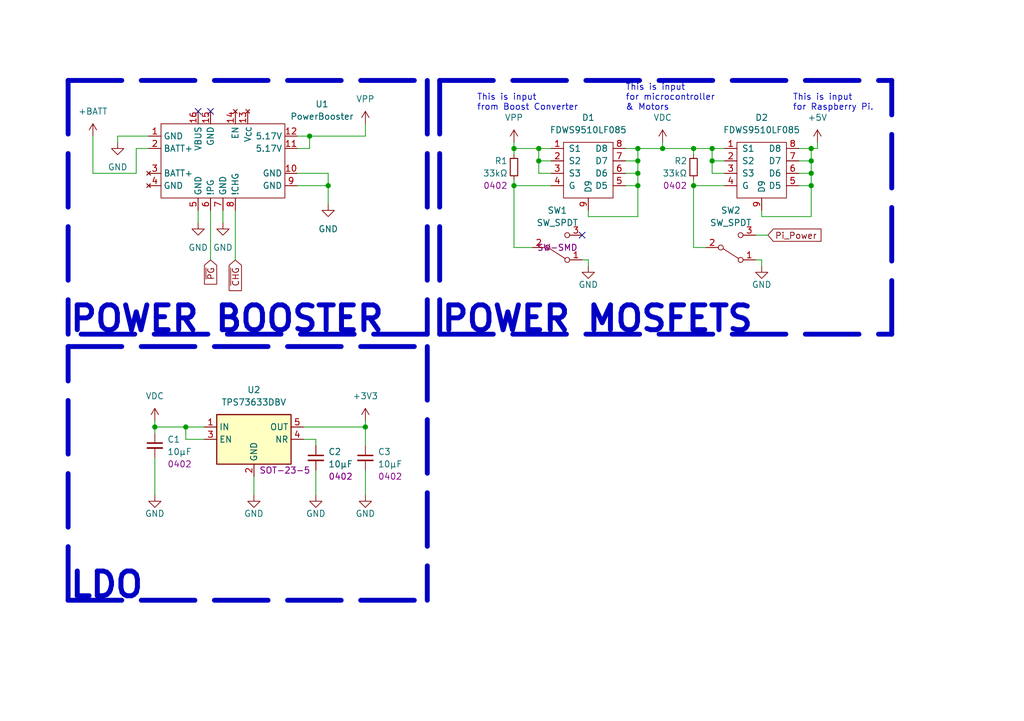
<source format=kicad_sch>
(kicad_sch (version 20211123) (generator eeschema)
  (paper "A5")
  (lib_symbols
    (symbol "Device:C_Small" (pin_numbers hide) (pin_names (offset 0.254) hide)
      (property "Reference" "C" (at 0.254 1.778 0))
      (property "Value" "C_Small" (at 0.254 -2.032 0))
      (symbol "C_Small_0_1"
        (polyline (pts (xy -1.524 -0.508) (xy 1.524 -0.508)) (stroke (width 0.3302)))
        (polyline (pts (xy -1.524 0.508) (xy 1.524 0.508)) (stroke (width 0.3048)))
      )
      (symbol "C_Small_1_1"
        (pin passive line (at 0 2.54 270) (length 2.032) (name "~") (number "1"))
        (pin passive line (at 0 -2.54 90) (length 2.032) (name "~") (number "2"))
      )
    )
    (symbol "Device:R_Small" (pin_numbers hide) (pin_names (offset 0.254) hide)
      (property "Reference" "R" (at 0.762 0.508 0))
      (property "Value" "R_Small" (at 0.762 -1.016 0))
      (symbol "R_Small_0_1"
        (rectangle (start -0.762 1.778) (end 0.762 -1.778) (stroke (width 0.2032)))
      )
      (symbol "R_Small_1_1"
        (pin passive line (at 0 2.54 270) (length 0.762) (name "~") (number "1"))
        (pin passive line (at 0 -2.54 90) (length 0.762) (name "~") (number "2"))
      )
    )
    (symbol "FDWS9510L-F085:FDWS9510LF085" (pin_names (offset 1.016))
      (property "Reference" "D" (at 3.81 7.62 0))
      (property "Value" "FDWS9510LF085" (at 8.89 -5.08 0))
      (symbol "FDWS9510LF085_0_1"
        (rectangle (start -5.08 6.35) (end 5.08 -5.08))
      )
      (symbol "FDWS9510LF085_1_1"
        (pin input line (at -7.62 5.08 0) (length 2.54) (name "S1") (number "1"))
        (pin input line (at -7.62 2.54 0) (length 2.54) (name "S2") (number "2"))
        (pin input line (at -7.62 0 0) (length 2.54) (name "S3") (number "3"))
        (pin input line (at -7.62 -2.54 0) (length 2.54) (name "G") (number "4"))
        (pin input line (at 7.62 -2.54 180) (length 2.54) (name "D5") (number "5"))
        (pin input line (at 7.62 0 180) (length 2.54) (name "D6") (number "6"))
        (pin input line (at 7.62 2.54 180) (length 2.54) (name "D7") (number "7"))
        (pin input line (at 7.62 5.08 180) (length 2.54) (name "D8") (number "8"))
        (pin input line (at 0 -7.62 90) (length 2.54) (name "D9") (number "9"))
      )
    )
    (symbol "PowerBooster:PowerBooster"
      (property "Reference" "U" (at 0 1.27 0))
      (property "Value" "PowerBooster" (at 0 -1.27 0))
      (symbol "PowerBooster_0_1"
        (rectangle (start -12.7 7.62) (end 12.7 -7.62))
      )
      (symbol "PowerBooster_1_1"
        (pin power_in line (at -15.24 5.08 0) (length 2.54) (name "GND") (number "1"))
        (pin power_in line (at 15.24 -2.54 180) (length 2.54) (name "GND") (number "10"))
        (pin power_in line (at 15.24 2.54 180) (length 2.54) (name "5.17V") (number "11"))
        (pin power_in line (at 15.24 5.08 180) (length 2.54) (name "5.17V") (number "12"))
        (pin no_connect line (at 5.08 10.16 270) (length 2.54) (name "V_{CC}") (number "13"))
        (pin no_connect line (at 2.54 10.16 270) (length 2.54) (name "EN") (number "14"))
        (pin power_in line (at -2.54 10.16 270) (length 2.54) (name "GND") (number "15"))
        (pin power_in line (at -5.08 10.16 270) (length 2.54) (name "VBUS") (number "16"))
        (pin power_in line (at -15.24 2.54 0) (length 2.54) (name "BATT+") (number "2"))
        (pin no_connect line (at -15.24 -2.54 0) (length 2.54) (name "BATT+") (number "3"))
        (pin no_connect line (at -15.24 -5.08 0) (length 2.54) (name "GND") (number "4"))
        (pin power_in line (at -5.08 -10.16 90) (length 2.54) (name "GND") (number "5"))
        (pin input line (at -2.54 -10.16 90) (length 2.54) (name "!PG") (number "6"))
        (pin power_in line (at 0 -10.16 90) (length 2.54) (name "GND") (number "7"))
        (pin input line (at 2.54 -10.16 90) (length 2.54) (name "!CHG") (number "8"))
        (pin power_in line (at 15.24 -5.08 180) (length 2.54) (name "GND") (number "9"))
      )
    )
    (symbol "Regulator_Linear:TPS73633DBV"
      (property "Reference" "U" (at -6.35 6.35 0))
      (property "Value" "TPS73633DBV" (at 1.27 6.35 0))
      (symbol "TPS73633DBV_0_1"
        (rectangle (start -7.62 -5.08) (end 7.62 5.08) (stroke (width 0.254)) (fill (type background)))
      )
      (symbol "TPS73633DBV_1_1"
        (pin power_in line (at -10.16 2.54 0) (length 2.54) (name "IN") (number "1"))
        (pin power_in line (at 0 -7.62 90) (length 2.54) (name "GND") (number "2"))
        (pin input line (at -10.16 0 0) (length 2.54) (name "EN") (number "3"))
        (pin passive line (at 10.16 0 180) (length 2.54) (name "NR") (number "4"))
        (pin power_out line (at 10.16 2.54 180) (length 2.54) (name "OUT") (number "5"))
      )
    )
    (symbol "Switch:SW_SPDT" (pin_names (offset 0) hide)
      (property "Reference" "SW" (at 0 4.318 0))
      (property "Value" "SW_SPDT" (at 0 -5.08 0))
      (symbol "SW_SPDT_0_0"
        (circle (center -2.032 0) (radius 0.508))
        (circle (center 2.032 -2.54) (radius 0.508))
      )
      (symbol "SW_SPDT_0_1"
        (polyline (pts (xy -1.524 0.254) (xy 1.651 2.286)))
        (circle (center 2.032 2.54) (radius 0.508))
      )
      (symbol "SW_SPDT_1_1"
        (pin passive line (at 5.08 2.54 180) (length 2.54) (name "A") (number "1"))
        (pin passive line (at -5.08 0 0) (length 2.54) (name "B") (number "2"))
        (pin passive line (at 5.08 -2.54 180) (length 2.54) (name "C") (number "3"))
      )
    )
    (symbol "power:+3.3V" (power) (pin_names (offset 0))
      (property "Value" "+3.3V" (at 0 3.556 0))
      (symbol "+3.3V_0_1"
        (polyline (pts (xy -0.762 1.27) (xy 0 2.54)))
        (polyline (pts (xy 0 0) (xy 0 2.54)))
        (polyline (pts (xy 0 2.54) (xy 0.762 1.27)))
      )
      (symbol "+3.3V_1_1"
        (pin power_in line (at 0 0 90) (length 0) hide (name "+3V3") (number "1"))
      )
    )
    (symbol "power:+5V" (power) (pin_names (offset 0))
      (property "Value" "+5V" (at 0 3.556 0))
      (symbol "+5V_0_1"
        (polyline (pts (xy -0.762 1.27) (xy 0 2.54)))
        (polyline (pts (xy 0 0) (xy 0 2.54)))
        (polyline (pts (xy 0 2.54) (xy 0.762 1.27)))
      )
      (symbol "+5V_1_1"
        (pin power_in line (at 0 0 90) (length 0) hide (name "+5V") (number "1"))
      )
    )
    (symbol "power:+BATT" (power) (pin_names (offset 0))
      (property "Value" "+BATT" (at 0 3.556 0))
      (symbol "+BATT_0_1"
        (polyline (pts (xy -0.762 1.27) (xy 0 2.54)))
        (polyline (pts (xy 0 0) (xy 0 2.54)))
        (polyline (pts (xy 0 2.54) (xy 0.762 1.27)))
      )
      (symbol "+BATT_1_1"
        (pin power_in line (at 0 0 90) (length 0) hide (name "+BATT") (number "1"))
      )
    )
    (symbol "power:GND" (power) (pin_names (offset 0))
      (property "Value" "GND" (at 0 -3.81 0))
      (symbol "GND_0_1"
        (polyline (pts (xy 0 0) (xy 0 -1.27) (xy 1.27 -1.27) (xy 0 -2.54) (xy -1.27 -1.27) (xy 0 -1.27)))
      )
      (symbol "GND_1_1"
        (pin power_in line (at 0 0 270) (length 0) hide (name "GND") (number "1"))
      )
    )
    (symbol "power:VDC" (power) (pin_names (offset 0))
      (property "Value" "VDC" (at 0 6.35 0))
      (symbol "VDC_0_1"
        (polyline (pts (xy -0.762 1.27) (xy 0 2.54)))
        (polyline (pts (xy 0 0) (xy 0 2.54)))
        (polyline (pts (xy 0 2.54) (xy 0.762 1.27)))
      )
      (symbol "VDC_1_1"
        (pin power_in line (at 0 0 90) (length 0) hide (name "VDC") (number "1"))
      )
    )
    (symbol "power:VPP" (power) (pin_names (offset 0))
      (property "Value" "VPP" (at 0 3.81 0))
      (symbol "VPP_0_1"
        (polyline (pts (xy -0.762 1.27) (xy 0 2.54)))
        (polyline (pts (xy 0 0) (xy 0 2.54)))
        (polyline (pts (xy 0 2.54) (xy 0.762 1.27)))
      )
      (symbol "VPP_1_1"
        (pin power_in line (at 0 0 90) (length 0) hide (name "VPP") (number "1"))
      )
    )
  )
  (junction (at 105.41 30.48))
  (junction (at 110.49 33.02))
  (junction (at 146.05 30.48))
  (junction (at 135.89 30.48))
  (junction (at 110.49 30.48))
  (junction (at 166.37 30.48))
  (junction (at 130.81 38.1))
  (junction (at 74.93 87.63))
  (junction (at 130.81 33.02))
  (junction (at 130.81 30.48))
  (junction (at 31.75 87.63))
  (junction (at 63.5 27.94))
  (junction (at 166.37 35.56))
  (junction (at 146.05 33.02))
  (junction (at 38.1 87.63))
  (junction (at 142.24 38.1))
  (junction (at 130.81 35.56))
  (junction (at 105.41 38.1))
  (junction (at 142.24 30.48))
  (junction (at 67.31 38.1))
  (junction (at 166.37 38.1))
  (junction (at 166.37 33.02))
  (no_connect (at 43.18 22.86))
  (no_connect (at 40.64 22.86))
  (no_connect (at 119.38 48.26))
  (wire (pts (xy 113.03 35.56) (xy 110.49 35.56)))
  (wire (pts (xy 120.65 53.34) (xy 119.38 53.34)))
  (wire (pts (xy 130.81 38.1) (xy 130.81 35.56)))
  (wire (pts (xy 74.93 96.52) (xy 74.93 101.6)))
  (wire (pts (xy 110.49 30.48) (xy 105.41 30.48)))
  (wire (pts (xy 130.81 35.56) (xy 130.81 33.02)))
  (wire (pts (xy 110.49 33.02) (xy 110.49 30.48)))
  (wire (pts (xy 120.65 44.45) (xy 120.65 43.18)))
  (wire (pts (xy 31.75 86.36) (xy 31.75 87.63)))
  (wire (pts (xy 41.91 87.63) (xy 38.1 87.63)))
  (wire (pts (xy 19.05 27.94) (xy 19.05 35.56)))
  (wire (pts (xy 52.07 97.79) (xy 52.07 101.6)))
  (wire (pts (xy 38.1 87.63) (xy 31.75 87.63)))
  (wire (pts (xy 27.94 35.56) (xy 19.05 35.56)))
  (wire (pts (xy 120.65 54.61) (xy 120.65 53.34)))
  (wire (pts (xy 135.89 29.21) (xy 135.89 30.48)))
  (wire (pts (xy 110.49 30.48) (xy 113.03 30.48)))
  (wire (pts (xy 24.13 27.94) (xy 30.48 27.94)))
  (wire (pts (xy 142.24 38.1) (xy 148.59 38.1)))
  (wire (pts (xy 63.5 27.94) (xy 60.96 27.94)))
  (wire (pts (xy 142.24 30.48) (xy 146.05 30.48)))
  (wire (pts (xy 156.21 54.61) (xy 156.21 53.34)))
  (wire (pts (xy 166.37 30.48) (xy 166.37 33.02)))
  (wire (pts (xy 146.05 30.48) (xy 146.05 33.02)))
  (wire (pts (xy 166.37 38.1) (xy 166.37 35.56)))
  (polyline (pts (xy 13.97 123.19) (xy 87.63 123.19)) (stroke (width 1)))
  (wire (pts (xy 167.64 30.48) (xy 166.37 30.48)))
  (wire (pts (xy 142.24 50.8) (xy 142.24 38.1)))
  (wire (pts (xy 166.37 44.45) (xy 166.37 38.1)))
  (wire (pts (xy 146.05 30.48) (xy 148.59 30.48)))
  (wire (pts (xy 38.1 90.17) (xy 38.1 87.63)))
  (polyline (pts (xy 13.97 71.12) (xy 87.63 71.12)) (stroke (width 1)))
  (polyline (pts (xy 90.17 16.51) (xy 90.17 68.58)) (stroke (width 1)))
  (wire (pts (xy 130.81 33.02) (xy 130.81 30.48)))
  (wire (pts (xy 110.49 35.56) (xy 110.49 33.02)))
  (wire (pts (xy 45.72 43.18) (xy 45.72 45.72)))
  (wire (pts (xy 43.18 53.34) (xy 43.18 43.18)))
  (wire (pts (xy 130.81 44.45) (xy 130.81 38.1)))
  (wire (pts (xy 167.64 29.21) (xy 167.64 30.48)))
  (wire (pts (xy 166.37 35.56) (xy 166.37 33.02)))
  (wire (pts (xy 154.94 48.26) (xy 157.48 48.26)))
  (wire (pts (xy 156.21 53.34) (xy 154.94 53.34)))
  (wire (pts (xy 60.96 30.48) (xy 63.5 30.48)))
  (wire (pts (xy 130.81 30.48) (xy 135.89 30.48)))
  (wire (pts (xy 146.05 33.02) (xy 146.05 35.56)))
  (wire (pts (xy 130.81 30.48) (xy 128.27 30.48)))
  (wire (pts (xy 67.31 38.1) (xy 60.96 38.1)))
  (wire (pts (xy 142.24 30.48) (xy 142.24 31.75)))
  (wire (pts (xy 130.81 33.02) (xy 128.27 33.02)))
  (polyline (pts (xy 90.17 16.51) (xy 182.88 16.51)) (stroke (width 1)))
  (wire (pts (xy 74.93 25.4) (xy 74.93 27.94)))
  (wire (pts (xy 109.22 50.8) (xy 105.41 50.8)))
  (wire (pts (xy 146.05 35.56) (xy 148.59 35.56)))
  (wire (pts (xy 27.94 30.48) (xy 27.94 35.56)))
  (wire (pts (xy 156.21 43.18) (xy 156.21 44.45)))
  (wire (pts (xy 63.5 30.48) (xy 63.5 27.94)))
  (wire (pts (xy 105.41 38.1) (xy 113.03 38.1)))
  (wire (pts (xy 166.37 30.48) (xy 163.83 30.48)))
  (wire (pts (xy 30.48 30.48) (xy 27.94 30.48)))
  (wire (pts (xy 110.49 33.02) (xy 113.03 33.02)))
  (polyline (pts (xy 87.63 16.51) (xy 87.63 68.58)) (stroke (width 1)))
  (wire (pts (xy 105.41 36.83) (xy 105.41 38.1)))
  (wire (pts (xy 67.31 38.1) (xy 67.31 41.91)))
  (wire (pts (xy 166.37 35.56) (xy 163.83 35.56)))
  (wire (pts (xy 40.64 43.18) (xy 40.64 45.72)))
  (wire (pts (xy 62.23 87.63) (xy 74.93 87.63)))
  (polyline (pts (xy 13.97 16.51) (xy 87.63 16.51)) (stroke (width 1)))
  (wire (pts (xy 64.77 96.52) (xy 64.77 101.6)))
  (wire (pts (xy 24.13 27.94) (xy 24.13 29.21)))
  (wire (pts (xy 60.96 35.56) (xy 67.31 35.56)))
  (wire (pts (xy 166.37 38.1) (xy 163.83 38.1)))
  (wire (pts (xy 62.23 90.17) (xy 64.77 90.17)))
  (wire (pts (xy 166.37 33.02) (xy 163.83 33.02)))
  (wire (pts (xy 63.5 27.94) (xy 74.93 27.94)))
  (wire (pts (xy 142.24 36.83) (xy 142.24 38.1)))
  (polyline (pts (xy 13.97 123.19) (xy 13.97 71.12)) (stroke (width 1)))
  (wire (pts (xy 105.41 30.48) (xy 105.41 31.75)))
  (polyline (pts (xy 13.97 16.51) (xy 13.97 68.58)) (stroke (width 1)))
  (wire (pts (xy 41.91 90.17) (xy 38.1 90.17)))
  (wire (pts (xy 105.41 50.8) (xy 105.41 38.1)))
  (wire (pts (xy 74.93 86.36) (xy 74.93 87.63)))
  (polyline (pts (xy 87.63 71.12) (xy 87.63 123.19)) (stroke (width 1)))
  (wire (pts (xy 48.26 53.34) (xy 48.26 43.18)))
  (wire (pts (xy 67.31 35.56) (xy 67.31 38.1)))
  (wire (pts (xy 120.65 44.45) (xy 130.81 44.45)))
  (wire (pts (xy 144.78 50.8) (xy 142.24 50.8)))
  (wire (pts (xy 130.81 35.56) (xy 128.27 35.56)))
  (wire (pts (xy 105.41 29.21) (xy 105.41 30.48)))
  (wire (pts (xy 74.93 91.44) (xy 74.93 87.63)))
  (polyline (pts (xy 90.17 68.58) (xy 182.88 68.58)) (stroke (width 1)))
  (wire (pts (xy 130.81 38.1) (xy 128.27 38.1)))
  (wire (pts (xy 31.75 87.63) (xy 31.75 88.9)))
  (wire (pts (xy 64.77 90.17) (xy 64.77 91.44)))
  (polyline (pts (xy 182.88 68.58) (xy 182.88 16.51)) (stroke (width 1)))
  (wire (pts (xy 31.75 93.98) (xy 31.75 101.6)))
  (wire (pts (xy 146.05 33.02) (xy 148.59 33.02)))
  (wire (pts (xy 156.21 44.45) (xy 166.37 44.45)))
  (polyline (pts (xy 87.63 68.58) (xy 13.97 68.58)) (stroke (width 1)))
  (wire (pts (xy 135.89 30.48) (xy 142.24 30.48)))
  (text "This is input \nfrom Boost Converter\n" (at 97.79 22.86 0) (effects (font (size 1.27 1.27)) (justify left bottom)))
  (text "This is input \nfor microcontroller \n& Motors\n" (at 128.27 22.86 0) (effects (font (size 1.27 1.27)) (justify left bottom)))
  (text "POWER MOSFETS" (at 90.17 68.58 0) (effects (font (size 5.08 5.08) (thickness 1.016) bold) (justify left bottom)))
  (text "LDO" (at 13.97 123.19 0) (effects (font (size 5.08 5.08) (thickness 1.016) bold) (justify left bottom)))
  (text "This is input \nfor Raspberry Pi.\n" (at 162.56 22.86 0) (effects (font (size 1.27 1.27)) (justify left bottom)))
  (text "POWER BOOSTER" (at 13.97 68.58 0) (effects (font (size 5.08 5.08) (thickness 1.016) bold) (justify left bottom)))
  (global_label "~{CHG}" (shape input) (at 48.26 53.34 270) (property "Intersheet References" "${INTERSHEET_REFS}" (effects hide)))
  (global_label "~{PG}" (shape input) (at 43.18 53.34 270) (property "Intersheet References" "${INTERSHEET_REFS}" (effects hide)))
  (global_label "Pi_Power" (shape input) (at 157.48 48.26 0) (property "Intersheet References" "${INTERSHEET_REFS}" (effects hide)))
  (symbol (lib_id "power:+5V") (at 167.64 29.21 0) (unit 1)
    (property "Reference" "#PWR017" (effects hide))
    (property "Value" "+5V" (at 167.64 24.13 0))
  )
  (symbol (lib_id "Device:R_Small") (at 142.24 34.29 0) (mirror y) (unit 1)
    (property "Reference" "R2" (at 140.97 33.02 0) (effects (justify left)))
    (property "Value" "33kΩ" (at 140.97 35.56 0) (effects (justify left)))
    (property "Footprint" "Resistor_SMD:R_0402_1005Metric" (effects hide))
    (property "JLC" "0402" (at 138.43 38.1 0))
    (property "LCSC" "C25779" (effects hide))
    (property "Type" "Basic" (effects hide))
  )
  (symbol (lib_id "Regulator_Linear:TPS73633DBV") (at 52.07 90.17 0) (unit 1)
    (property "Reference" "U2" (at 52.07 80.01 0))
    (property "Value" "TPS73633DBV" (at 52.07 82.55 0))
    (property "Footprint" "Package_TO_SOT_SMD:SOT-23-5" (effects hide))
    (property "Datasheet" "http://www.ti.com/lit/ds/symlink/tps736.pdf" (effects hide))
    (property "JLC" "SOT-23-5" (at 58.42 96.52 0))
    (property "LCSC" "C28038" (effects hide))
  )
  (symbol (lib_id "power:GND") (at 120.65 54.61 0) (unit 1)
    (property "Reference" "#PWR014" (effects hide))
    (property "Value" "GND" (at 120.65 58.42 0))
  )
  (symbol (lib_id "power:GND") (at 24.13 29.21 0) (unit 1)
    (property "Reference" "#PWR02" (effects hide))
    (property "Value" "GND" (at 24.13 34.29 0))
  )
  (symbol (lib_id "power:VPP") (at 105.41 29.21 0) (unit 1)
    (property "Reference" "#PWR013" (effects hide))
    (property "Value" "VPP" (at 105.41 24.13 0))
  )
  (symbol (lib_id "Device:R_Small") (at 105.41 34.29 0) (mirror y) (unit 1)
    (property "Reference" "R1" (at 104.14 33.02 0) (effects (justify left)))
    (property "Value" "33kΩ" (at 104.14 35.56 0) (effects (justify left)))
    (property "Footprint" "Resistor_SMD:R_0402_1005Metric" (effects hide))
    (property "JLC" "0402" (at 101.6 38.1 0))
    (property "LCSC" "C25779" (effects hide))
    (property "Type" "Basic" (effects hide))
  )
  (symbol (lib_id "power:VDC") (at 31.75 86.36 0) (unit 1)
    (property "Reference" "#PWR03" (effects hide))
    (property "Value" "VDC" (at 31.75 81.28 0))
  )
  (symbol (lib_id "FDWS9510L-F085:FDWS9510LF085") (at 120.65 35.56 0) (unit 1)
    (property "Reference" "D1" (at 120.65 24.13 0))
    (property "Value" "FDWS9510LF085" (at 120.65 26.67 0))
    (property "Footprint" "FDWS9510L-F085:FDWS9510LF085" (effects hide))
  )
  (symbol (lib_id "power:+3.3V") (at 74.93 86.36 0) (unit 1)
    (property "Reference" "#PWR011" (effects hide))
    (property "Value" "+3.3V" (at 74.93 81.28 0))
  )
  (symbol (lib_id "power:GND") (at 64.77 101.6 0) (unit 1)
    (property "Reference" "#PWR08" (effects hide))
    (property "Value" "GND" (at 64.77 105.41 0))
  )
  (symbol (lib_id "power:GND") (at 67.31 41.91 0) (unit 1)
    (property "Reference" "#PWR09" (effects hide))
    (property "Value" "GND" (at 67.31 46.99 0))
  )
  (symbol (lib_id "power:+BATT") (at 19.05 27.94 0) (unit 1)
    (property "Reference" "#PWR01" (effects hide))
    (property "Value" "+BATT" (at 19.05 22.86 0))
  )
  (symbol (lib_id "power:GND") (at 31.75 101.6 0) (unit 1)
    (property "Reference" "#PWR04" (effects hide))
    (property "Value" "GND" (at 31.75 105.41 0))
  )
  (symbol (lib_id "PowerBooster:PowerBooster") (at 45.72 33.02 0) (unit 1)
    (property "Reference" "U1" (at 66.04 21.3612 0))
    (property "Value" "PowerBooster" (at 66.04 23.9012 0))
    (property "Footprint" "PowerBooster:PowerBooster" (effects hide))
  )
  (symbol (lib_id "power:GND") (at 45.72 45.72 0) (unit 1)
    (property "Reference" "#PWR06" (effects hide))
    (property "Value" "GND" (at 45.72 50.8 0))
  )
  (symbol (lib_id "Device:C_Small") (at 64.77 93.98 0) (unit 1)
    (property "Reference" "C2" (at 67.31 92.7162 0) (effects (justify left)))
    (property "Value" "10µF" (at 67.31 95.2562 0) (effects (justify left)))
    (property "Footprint" "Capacitor_SMD:C_0402_1005Metric" (effects hide))
    (property "JLC" "0402" (at 69.85 97.79 0))
    (property "LCSC" "C15525" (effects hide))
    (property "Type" "Basic" (effects hide))
  )
  (symbol (lib_id "FDWS9510L-F085:FDWS9510LF085") (at 156.21 35.56 0) (unit 1)
    (property "Reference" "D2" (at 156.21 24.13 0))
    (property "Value" "FDWS9510LF085" (at 156.21 26.67 0))
    (property "Footprint" "FDWS9510L-F085:FDWS9510LF085" (effects hide))
  )
  (symbol (lib_id "power:VPP") (at 74.93 25.4 0) (unit 1)
    (property "Reference" "#PWR010" (effects hide))
    (property "Value" "VPP" (at 74.93 20.32 0))
  )
  (symbol (lib_id "Switch:SW_SPDT") (at 114.3 50.8 0) (mirror x) (unit 1)
    (property "Reference" "SW1" (at 114.3 43.18 0))
    (property "Value" "SW_SPDT" (at 114.3 45.72 0))
    (property "Footprint" "Button_Switch_SMD:SW_SPDT_PCM12" (effects hide))
    (property "JLC" "SW-SMD" (at 114.3 50.8 0))
    (property "LCSC" "C963206" (effects hide))
  )
  (symbol (lib_id "Device:C_Small") (at 31.75 91.44 0) (unit 1)
    (property "Reference" "C1" (at 34.29 90.1762 0) (effects (justify left)))
    (property "Value" "10µF" (at 34.29 92.7162 0) (effects (justify left)))
    (property "Footprint" "Capacitor_SMD:C_0402_1005Metric" (effects hide))
    (property "JLC" "0402" (at 36.83 95.25 0))
    (property "LCSC" "C15525" (effects hide))
    (property "Type" "Basic" (effects hide))
  )
  (symbol (lib_id "power:GND") (at 52.07 101.6 0) (unit 1)
    (property "Reference" "#PWR07" (effects hide))
    (property "Value" "GND" (at 52.07 105.41 0))
  )
  (symbol (lib_id "power:GND") (at 156.21 54.61 0) (unit 1)
    (property "Reference" "#PWR016" (effects hide))
    (property "Value" "GND" (at 156.21 58.42 0))
  )
  (symbol (lib_id "Switch:SW_SPDT") (at 149.86 50.8 0) (mirror x) (unit 1)
    (property "Reference" "SW2" (at 149.86 43.18 0))
    (property "Value" "SW_SPDT" (at 149.86 45.72 0))
    (property "Footprint" "Button_Switch_SMD:SW_SPDT_PCM12" (effects hide))
    (property "JLC" "SW-SMD" (effects hide))
    (property "LCSC" "C963206" (effects hide))
  )
  (symbol (lib_id "Device:C_Small") (at 74.93 93.98 0) (unit 1)
    (property "Reference" "C3" (at 77.47 92.7162 0) (effects (justify left)))
    (property "Value" "10µF" (at 77.47 95.2562 0) (effects (justify left)))
    (property "Footprint" "Capacitor_SMD:C_0402_1005Metric" (effects hide))
    (property "JLC" "0402" (at 80.01 97.79 0))
    (property "LCSC" "C15525" (effects hide))
    (property "Type" "Basic" (effects hide))
  )
  (symbol (lib_id "power:GND") (at 40.64 45.72 0) (unit 1)
    (property "Reference" "#PWR05" (effects hide))
    (property "Value" "GND" (at 40.64 50.8 0))
  )
  (symbol (lib_id "power:VDC") (at 135.89 29.21 0) (unit 1)
    (property "Reference" "#PWR015" (effects hide))
    (property "Value" "VDC" (at 135.89 24.13 0))
  )
  (symbol (lib_id "power:GND") (at 74.93 101.6 0) (unit 1)
    (property "Reference" "#PWR012" (effects hide))
    (property "Value" "GND" (at 74.93 105.41 0))
  )
)
</source>
